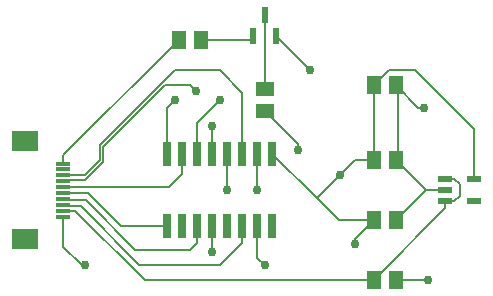
<source format=gbr>
G04 EAGLE Gerber RS-274X export*
G75*
%MOMM*%
%FSLAX34Y34*%
%LPD*%
%INTop Copper*%
%IPPOS*%
%AMOC8*
5,1,8,0,0,1.08239X$1,22.5*%
G01*
%ADD10R,0.660400X2.032000*%
%ADD11R,1.500000X1.300000*%
%ADD12R,1.300000X1.500000*%
%ADD13R,1.270000X0.558800*%
%ADD14R,0.558800X1.320800*%
%ADD15R,1.300000X0.300000*%
%ADD16R,2.200000X1.800000*%
%ADD17C,0.152400*%
%ADD18C,0.756400*%


D10*
X311150Y195834D03*
X311150Y134366D03*
X298450Y195834D03*
X285750Y195834D03*
X298450Y134366D03*
X285750Y134366D03*
X273050Y195834D03*
X273050Y134366D03*
X260350Y195834D03*
X260350Y134366D03*
X247650Y195834D03*
X234950Y195834D03*
X247650Y134366D03*
X234950Y134366D03*
X222250Y195834D03*
X222250Y134366D03*
D11*
X304800Y231800D03*
X304800Y250800D03*
D12*
X250800Y292100D03*
X231800Y292100D03*
D13*
X457708Y174625D03*
X457708Y165100D03*
X457708Y155575D03*
X482092Y155575D03*
X482092Y174625D03*
D12*
X396900Y88900D03*
X415900Y88900D03*
X396900Y139700D03*
X415900Y139700D03*
X396900Y190500D03*
X415900Y190500D03*
X396900Y254000D03*
X415900Y254000D03*
D14*
X295275Y295348D03*
X314325Y295348D03*
X304800Y313273D03*
D15*
X134100Y187600D03*
X134100Y182600D03*
X134100Y177600D03*
X134100Y172600D03*
X134100Y167600D03*
X134100Y162600D03*
X134100Y157600D03*
X134100Y152600D03*
X134100Y147600D03*
X134100Y142600D03*
D16*
X101600Y123600D03*
X101600Y206600D03*
D17*
X415900Y139700D02*
X441300Y165100D01*
X457708Y165100D01*
X417500Y188900D02*
X415900Y190500D01*
X417500Y188900D02*
X441300Y165100D01*
X417500Y252400D02*
X415900Y254000D01*
X417500Y252400D02*
X417500Y188900D01*
D18*
X443230Y88900D03*
D17*
X415900Y88900D01*
X149700Y101600D02*
X134100Y117200D01*
X134100Y142600D01*
X149700Y101600D02*
X152400Y101600D01*
D18*
X152400Y101600D03*
X228600Y241300D03*
D17*
X222250Y234950D01*
X222250Y195834D01*
D18*
X342900Y266700D03*
D17*
X314325Y295275D01*
X314325Y295348D01*
X415900Y254000D02*
X434950Y234950D01*
D18*
X439420Y234950D03*
D17*
X434950Y234950D01*
X409600Y266700D02*
X396900Y254000D01*
X431800Y266700D02*
X482092Y216408D01*
X482092Y174625D01*
X431800Y266700D02*
X409600Y266700D01*
X396900Y254000D02*
X396900Y190500D01*
X348742Y158242D02*
X311150Y195834D01*
X348742Y158242D02*
X367284Y139700D01*
X396900Y139700D01*
D18*
X368300Y177800D03*
D17*
X381000Y190500D02*
X396900Y190500D01*
X381000Y190500D02*
X368300Y177800D01*
D18*
X381000Y119380D03*
D17*
X381000Y123800D02*
X396900Y139700D01*
X381000Y123800D02*
X381000Y119380D01*
X348742Y158242D02*
X368300Y177800D01*
X144500Y147600D02*
X134100Y147600D01*
X144500Y147600D02*
X203200Y88900D01*
X396900Y88900D01*
X457708Y149708D01*
X457708Y155575D01*
X457708Y174625D02*
X465455Y174625D01*
X469900Y170180D01*
X465455Y155575D02*
X457708Y155575D01*
X465455Y155575D02*
X469900Y160020D01*
X469900Y170180D01*
D18*
X332740Y199390D03*
D17*
X332740Y203860D01*
X304800Y231800D01*
X304800Y250800D02*
X304800Y313273D01*
X295275Y295348D02*
X292027Y292100D01*
X250800Y292100D01*
X298450Y134366D02*
X298450Y107950D01*
X304800Y101600D01*
D18*
X304800Y101600D03*
X260350Y113030D03*
D17*
X260350Y134366D01*
D18*
X273050Y165100D03*
D17*
X273050Y195834D01*
X298450Y195834D02*
X298450Y165100D01*
D18*
X298450Y165100D03*
X266700Y241300D03*
D17*
X247650Y222250D01*
X247650Y195834D01*
X231800Y292100D02*
X134100Y194400D01*
X134100Y187600D01*
X285750Y195834D02*
X285750Y247650D01*
X266700Y266700D01*
X228600Y266700D01*
X165100Y203200D01*
X165100Y190500D01*
X152200Y177600D02*
X134100Y177600D01*
X152200Y177600D02*
X165100Y190500D01*
X135314Y173814D02*
X134100Y172600D01*
X168148Y201937D02*
X220211Y254000D01*
X241300Y254000D01*
X168148Y201937D02*
X168148Y189237D01*
X152725Y173814D02*
X135314Y173814D01*
X152725Y173814D02*
X168148Y189237D01*
X241300Y254000D02*
X246380Y248920D01*
D18*
X246380Y248920D03*
X260350Y219710D03*
D17*
X260350Y195834D01*
X223480Y167600D02*
X134100Y167600D01*
X223480Y167600D02*
X234950Y179070D01*
X234950Y195834D01*
X155132Y162600D02*
X134100Y162600D01*
X183366Y134366D02*
X222250Y134366D01*
X183366Y134366D02*
X155132Y162600D01*
X135314Y156386D02*
X134100Y157600D01*
X195311Y114300D02*
X241300Y114300D01*
X153225Y156386D02*
X135314Y156386D01*
X153225Y156386D02*
X195311Y114300D01*
X241300Y114300D02*
X247650Y120650D01*
X247650Y134366D01*
X135314Y151386D02*
X134100Y152600D01*
X198621Y101600D02*
X266700Y101600D01*
X148835Y151386D02*
X135314Y151386D01*
X148835Y151386D02*
X198621Y101600D01*
X266700Y101600D02*
X285750Y120650D01*
X285750Y134366D01*
M02*

</source>
